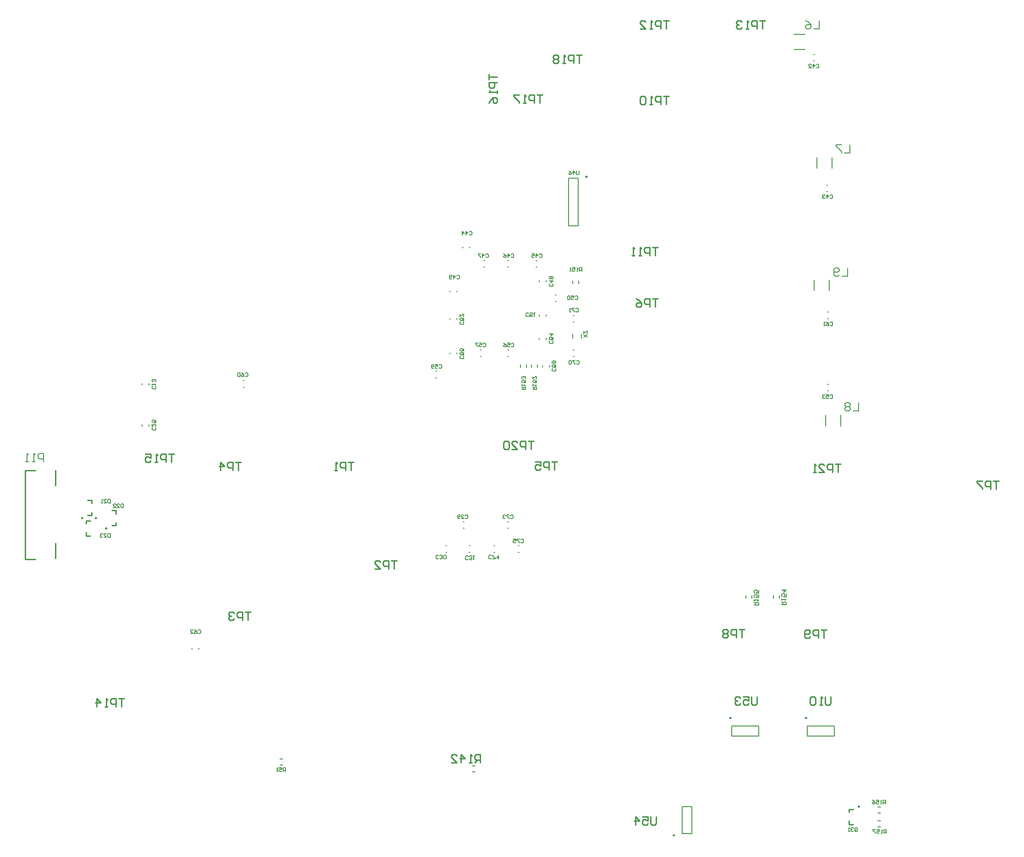
<source format=gbo>
G04 Layer_Color=32896*
%FSLAX24Y24*%
%MOIN*%
G70*
G01*
G75*
%ADD55C,0.0100*%
%ADD63C,0.0079*%
%ADD130C,0.0098*%
%ADD135C,0.0050*%
D55*
X2550Y18250D02*
G03*
X2550Y18250I-50J0D01*
G01*
X800Y19000D02*
G03*
X800Y19000I-50J0D01*
G01*
X1800D02*
G03*
X1800Y19000I-50J0D01*
G01*
X57300Y-2000D02*
G03*
X57300Y-2000I-50J0D01*
G01*
X-3400Y16000D02*
X-2650D01*
X-3400D02*
Y22450D01*
X-2650D01*
X-1200Y21350D02*
Y22450D01*
Y16050D02*
Y17150D01*
X2900Y19550D02*
X3200D01*
Y19300D02*
Y19550D01*
Y18450D02*
Y18650D01*
X2900Y18450D02*
X3200D01*
X1150Y20300D02*
X1450D01*
Y20050D02*
Y20300D01*
Y19200D02*
Y19400D01*
X1150Y19200D02*
X1450D01*
X1050Y18800D02*
X1350D01*
X1050Y18600D02*
Y18800D01*
Y17700D02*
Y17950D01*
Y17700D02*
X1350D01*
X56550Y-2200D02*
X56850D01*
X56550Y-2400D02*
Y-2200D01*
Y-3300D02*
Y-3050D01*
Y-3300D02*
X56850D01*
X42500Y-2750D02*
Y-3250D01*
X42400Y-3350D01*
X42200D01*
X42100Y-3250D01*
Y-2750D01*
X41500D02*
X41900D01*
Y-3050D01*
X41700Y-2950D01*
X41600D01*
X41500Y-3050D01*
Y-3250D01*
X41600Y-3350D01*
X41800D01*
X41900Y-3250D01*
X41000Y-3350D02*
Y-2750D01*
X41300Y-3050D01*
X40901D01*
X49850Y6000D02*
Y5500D01*
X49750Y5400D01*
X49550D01*
X49450Y5500D01*
Y6000D01*
X48850D02*
X49250D01*
Y5700D01*
X49050Y5800D01*
X48950D01*
X48850Y5700D01*
Y5500D01*
X48950Y5400D01*
X49150D01*
X49250Y5500D01*
X48650Y5900D02*
X48550Y6000D01*
X48350D01*
X48251Y5900D01*
Y5800D01*
X48350Y5700D01*
X48450D01*
X48350D01*
X48251Y5600D01*
Y5500D01*
X48350Y5400D01*
X48550D01*
X48650Y5500D01*
X55200Y6000D02*
Y5500D01*
X55100Y5400D01*
X54900D01*
X54800Y5500D01*
Y6000D01*
X54600Y5400D02*
X54400D01*
X54500D01*
Y6000D01*
X54600Y5900D01*
X54100D02*
X54000Y6000D01*
X53800D01*
X53700Y5900D01*
Y5500D01*
X53800Y5400D01*
X54000D01*
X54100Y5500D01*
Y5900D01*
X55945Y22935D02*
X55545D01*
X55745D01*
Y22335D01*
X55345D02*
Y22935D01*
X55045D01*
X54945Y22835D01*
Y22635D01*
X55045Y22535D01*
X55345D01*
X54346Y22335D02*
X54745D01*
X54346Y22735D01*
Y22835D01*
X54445Y22935D01*
X54645D01*
X54745Y22835D01*
X54146Y22335D02*
X53946D01*
X54046D01*
Y22935D01*
X54146Y22835D01*
X33600Y24600D02*
X33200D01*
X33400D01*
Y24000D01*
X33000D02*
Y24600D01*
X32700D01*
X32600Y24500D01*
Y24300D01*
X32700Y24200D01*
X33000D01*
X32001Y24000D02*
X32400D01*
X32001Y24400D01*
Y24500D01*
X32100Y24600D01*
X32300D01*
X32400Y24500D01*
X31801D02*
X31701Y24600D01*
X31501D01*
X31401Y24500D01*
Y24100D01*
X31501Y24000D01*
X31701D01*
X31801Y24100D01*
Y24500D01*
X37100Y52700D02*
X36700D01*
X36900D01*
Y52100D01*
X36500D02*
Y52700D01*
X36200D01*
X36100Y52600D01*
Y52400D01*
X36200Y52300D01*
X36500D01*
X35900Y52100D02*
X35700D01*
X35800D01*
Y52700D01*
X35900Y52600D01*
X35401D02*
X35301Y52700D01*
X35101D01*
X35001Y52600D01*
Y52500D01*
X35101Y52400D01*
X35001Y52300D01*
Y52200D01*
X35101Y52100D01*
X35301D01*
X35401Y52200D01*
Y52300D01*
X35301Y52400D01*
X35401Y52500D01*
Y52600D01*
X35301Y52400D02*
X35101D01*
X34250Y49800D02*
X33850D01*
X34050D01*
Y49200D01*
X33650D02*
Y49800D01*
X33350D01*
X33250Y49700D01*
Y49500D01*
X33350Y49400D01*
X33650D01*
X33050Y49200D02*
X32850D01*
X32950D01*
Y49800D01*
X33050Y49700D01*
X32551Y49800D02*
X32151D01*
Y49700D01*
X32551Y49300D01*
Y49200D01*
X30350Y51300D02*
Y50900D01*
Y51100D01*
X30950D01*
Y50700D02*
X30350D01*
Y50400D01*
X30450Y50300D01*
X30650D01*
X30750Y50400D01*
Y50700D01*
X30950Y50100D02*
Y49900D01*
Y50000D01*
X30350D01*
X30450Y50100D01*
X30350Y49201D02*
X30450Y49401D01*
X30650Y49601D01*
X30850D01*
X30950Y49501D01*
Y49301D01*
X30850Y49201D01*
X30750D01*
X30650Y49301D01*
Y49601D01*
X7450Y23650D02*
X7050D01*
X7250D01*
Y23050D01*
X6850D02*
Y23650D01*
X6550D01*
X6450Y23550D01*
Y23350D01*
X6550Y23250D01*
X6850D01*
X6250Y23050D02*
X6050D01*
X6150D01*
Y23650D01*
X6250Y23550D01*
X5351Y23650D02*
X5751D01*
Y23350D01*
X5551Y23450D01*
X5451D01*
X5351Y23350D01*
Y23150D01*
X5451Y23050D01*
X5651D01*
X5751Y23150D01*
X3800Y5850D02*
X3400D01*
X3600D01*
Y5250D01*
X3200D02*
Y5850D01*
X2900D01*
X2800Y5750D01*
Y5550D01*
X2900Y5450D01*
X3200D01*
X2600Y5250D02*
X2400D01*
X2500D01*
Y5850D01*
X2600Y5750D01*
X1801Y5250D02*
Y5850D01*
X2101Y5550D01*
X1701D01*
X50445Y55185D02*
X50045D01*
X50245D01*
Y54585D01*
X49845D02*
Y55185D01*
X49545D01*
X49445Y55085D01*
Y54885D01*
X49545Y54785D01*
X49845D01*
X49245Y54585D02*
X49045D01*
X49145D01*
Y55185D01*
X49245Y55085D01*
X48746D02*
X48646Y55185D01*
X48446D01*
X48346Y55085D01*
Y54985D01*
X48446Y54885D01*
X48546D01*
X48446D01*
X48346Y54785D01*
Y54685D01*
X48446Y54585D01*
X48646D01*
X48746Y54685D01*
X43445Y55185D02*
X43045D01*
X43245D01*
Y54585D01*
X42845D02*
Y55185D01*
X42545D01*
X42445Y55085D01*
Y54885D01*
X42545Y54785D01*
X42845D01*
X42245Y54585D02*
X42045D01*
X42145D01*
Y55185D01*
X42245Y55085D01*
X41346Y54585D02*
X41746D01*
X41346Y54985D01*
Y55085D01*
X41446Y55185D01*
X41646D01*
X41746Y55085D01*
X42650Y38700D02*
X42250D01*
X42450D01*
Y38100D01*
X42050D02*
Y38700D01*
X41750D01*
X41650Y38600D01*
Y38400D01*
X41750Y38300D01*
X42050D01*
X41450Y38100D02*
X41250D01*
X41350D01*
Y38700D01*
X41450Y38600D01*
X40951Y38100D02*
X40751D01*
X40851D01*
Y38700D01*
X40951Y38600D01*
X43445Y49685D02*
X43045D01*
X43245D01*
Y49085D01*
X42845D02*
Y49685D01*
X42545D01*
X42445Y49585D01*
Y49385D01*
X42545Y49285D01*
X42845D01*
X42245Y49085D02*
X42045D01*
X42145D01*
Y49685D01*
X42245Y49585D01*
X41746D02*
X41646Y49685D01*
X41446D01*
X41346Y49585D01*
Y49185D01*
X41446Y49085D01*
X41646D01*
X41746Y49185D01*
Y49585D01*
X54900Y10850D02*
X54500D01*
X54700D01*
Y10250D01*
X54300D02*
Y10850D01*
X54000D01*
X53900Y10750D01*
Y10550D01*
X54000Y10450D01*
X54300D01*
X53700Y10350D02*
X53600Y10250D01*
X53400D01*
X53301Y10350D01*
Y10750D01*
X53400Y10850D01*
X53600D01*
X53700Y10750D01*
Y10650D01*
X53600Y10550D01*
X53301D01*
X48950Y10900D02*
X48550D01*
X48750D01*
Y10300D01*
X48350D02*
Y10900D01*
X48050D01*
X47950Y10800D01*
Y10600D01*
X48050Y10500D01*
X48350D01*
X47750Y10800D02*
X47650Y10900D01*
X47450D01*
X47351Y10800D01*
Y10700D01*
X47450Y10600D01*
X47351Y10500D01*
Y10400D01*
X47450Y10300D01*
X47650D01*
X47750Y10400D01*
Y10500D01*
X47650Y10600D01*
X47750Y10700D01*
Y10800D01*
X47650Y10600D02*
X47450D01*
X67445Y21685D02*
X67045D01*
X67245D01*
Y21085D01*
X66845D02*
Y21685D01*
X66545D01*
X66445Y21585D01*
Y21385D01*
X66545Y21285D01*
X66845D01*
X66245Y21685D02*
X65846D01*
Y21585D01*
X66245Y21185D01*
Y21085D01*
X42650Y34950D02*
X42250D01*
X42450D01*
Y34350D01*
X42050D02*
Y34950D01*
X41750D01*
X41650Y34850D01*
Y34650D01*
X41750Y34550D01*
X42050D01*
X41051Y34950D02*
X41250Y34850D01*
X41450Y34650D01*
Y34450D01*
X41350Y34350D01*
X41150D01*
X41051Y34450D01*
Y34550D01*
X41150Y34650D01*
X41450D01*
X35300Y23100D02*
X34900D01*
X35100D01*
Y22500D01*
X34700D02*
Y23100D01*
X34400D01*
X34300Y23000D01*
Y22800D01*
X34400Y22700D01*
X34700D01*
X33701Y23100D02*
X34100D01*
Y22800D01*
X33900Y22900D01*
X33800D01*
X33701Y22800D01*
Y22600D01*
X33800Y22500D01*
X34000D01*
X34100Y22600D01*
X12300Y23050D02*
X11900D01*
X12100D01*
Y22450D01*
X11701D02*
Y23050D01*
X11401D01*
X11301Y22950D01*
Y22750D01*
X11401Y22650D01*
X11701D01*
X10801Y22450D02*
Y23050D01*
X11101Y22750D01*
X10701D01*
X13000Y12150D02*
X12600D01*
X12800D01*
Y11550D01*
X12400D02*
Y12150D01*
X12100D01*
X12000Y12050D01*
Y11850D01*
X12100Y11750D01*
X12400D01*
X11800Y12050D02*
X11700Y12150D01*
X11500D01*
X11401Y12050D01*
Y11950D01*
X11500Y11850D01*
X11600D01*
X11500D01*
X11401Y11750D01*
Y11650D01*
X11500Y11550D01*
X11700D01*
X11800Y11650D01*
X23650Y15900D02*
X23250D01*
X23450D01*
Y15300D01*
X23051D02*
Y15900D01*
X22751D01*
X22651Y15800D01*
Y15600D01*
X22751Y15500D01*
X23051D01*
X22051Y15300D02*
X22451D01*
X22051Y15700D01*
Y15800D01*
X22151Y15900D01*
X22351D01*
X22451Y15800D01*
X20500Y23050D02*
X20100D01*
X20300D01*
Y22450D01*
X19901D02*
Y23050D01*
X19601D01*
X19501Y22950D01*
Y22750D01*
X19601Y22650D01*
X19901D01*
X19301Y22450D02*
X19101D01*
X19201D01*
Y23050D01*
X19301Y22950D01*
X29700Y1200D02*
Y1800D01*
X29400D01*
X29300Y1700D01*
Y1500D01*
X29400Y1400D01*
X29700D01*
X29500D02*
X29300Y1200D01*
X29100D02*
X28900D01*
X29000D01*
Y1800D01*
X29100Y1700D01*
X28300Y1200D02*
Y1800D01*
X28600Y1500D01*
X28200D01*
X27601Y1200D02*
X28001D01*
X27601Y1600D01*
Y1700D01*
X27701Y1800D01*
X27901D01*
X28001Y1700D01*
D63*
X44396Y-3984D02*
Y-2016D01*
X45104Y-3984D02*
Y-2016D01*
X44396Y-3984D02*
X45104D01*
X44396Y-2016D02*
X45104D01*
X53516Y3854D02*
X55484D01*
X53516Y3146D02*
X55484D01*
X53516D02*
Y3854D01*
X55484Y3146D02*
Y3854D01*
X48016D02*
X49984D01*
X48016Y3146D02*
X49984D01*
X48016D02*
Y3854D01*
X49984Y3146D02*
Y3854D01*
X55099Y35556D02*
Y36344D01*
X54001Y35556D02*
Y36344D01*
X54851Y25706D02*
Y26494D01*
X55949Y25706D02*
Y26494D01*
X55299Y44456D02*
Y45244D01*
X54201Y44456D02*
Y45244D01*
X52556Y53101D02*
X53344D01*
X52556Y54199D02*
X53344D01*
X36146Y40268D02*
X36854D01*
X36146Y43732D02*
X36854D01*
X36146Y40268D02*
Y43732D01*
X36854Y40268D02*
Y43732D01*
X58652Y-2467D02*
X58848D01*
X58652Y-2033D02*
X58848D01*
X54961Y33504D02*
X55039D01*
X54961Y33996D02*
X55039D01*
X54961Y28746D02*
X55039D01*
X54961Y28254D02*
X55039D01*
X54911Y42754D02*
X54989D01*
X54911Y43246D02*
X54989D01*
X53961Y52746D02*
X54039D01*
X53961Y52254D02*
X54039D01*
X36433Y36052D02*
Y36248D01*
X36867Y36052D02*
Y36248D01*
X33441Y29978D02*
Y30175D01*
X33874Y29978D02*
Y30175D01*
X32654Y29978D02*
Y30175D01*
X33087Y29978D02*
Y30175D01*
X12461Y28504D02*
X12539D01*
X12461Y28996D02*
X12539D01*
X27996Y30961D02*
Y31039D01*
X27504Y30961D02*
Y31039D01*
X29711Y30754D02*
X29789D01*
X29711Y31246D02*
X29789D01*
X31711D02*
X31789D01*
X31711Y30754D02*
X31789D01*
X34746Y30011D02*
Y30089D01*
X34254Y30011D02*
Y30089D01*
X34496Y32011D02*
Y32089D01*
X34004Y32011D02*
Y32089D01*
X35161Y34754D02*
X35239D01*
X35161Y35246D02*
X35239D01*
X34496Y33711D02*
Y33789D01*
X34004Y33711D02*
Y33789D01*
X34496Y36211D02*
Y36289D01*
X34004Y36211D02*
Y36289D01*
X33761Y37746D02*
X33839D01*
X33761Y37254D02*
X33839D01*
X31711D02*
X31789D01*
X31711Y37746D02*
X31789D01*
X29961D02*
X30039D01*
X29961Y37254D02*
X30039D01*
X26461Y29696D02*
X26539D01*
X26461Y29204D02*
X26539D01*
X28454Y38661D02*
Y38739D01*
X28946Y38661D02*
Y38739D01*
X27996Y35461D02*
Y35539D01*
X27504Y35461D02*
Y35539D01*
X58652Y-3033D02*
X58848D01*
X58652Y-3467D02*
X58848D01*
X9246Y9461D02*
Y9539D01*
X8754Y9461D02*
Y9539D01*
X51033Y13152D02*
Y13348D01*
X51467Y13152D02*
Y13348D01*
X49033Y13152D02*
Y13348D01*
X49467Y13152D02*
Y13348D01*
X5104Y28711D02*
Y28789D01*
X5596Y28711D02*
Y28789D01*
X5104Y25711D02*
Y25789D01*
X5596Y25711D02*
Y25789D01*
X27211Y16504D02*
X27289D01*
X27211Y16996D02*
X27289D01*
X15152Y1033D02*
X15348D01*
X15152Y1467D02*
X15348D01*
X27504Y33461D02*
Y33539D01*
X27996Y33461D02*
Y33539D01*
X36461Y33254D02*
X36539D01*
X36461Y33746D02*
X36539D01*
X36461Y30754D02*
X36539D01*
X36461Y31246D02*
X36539D01*
X37065Y32112D02*
Y32388D01*
X36435Y32112D02*
Y32388D01*
X28461Y18746D02*
X28539D01*
X28461Y18254D02*
X28539D01*
X28911Y16996D02*
X28989D01*
X28911Y16504D02*
X28989D01*
X30711D02*
X30789D01*
X30711Y16996D02*
X30789D01*
X31711Y18254D02*
X31789D01*
X31711Y18746D02*
X31789D01*
X32461Y16504D02*
X32539D01*
X32461Y16996D02*
X32539D01*
X29152Y533D02*
X29348D01*
X29152Y967D02*
X29348D01*
D130*
X43854Y-4085D02*
G03*
X43854Y-4085I-49J0D01*
G01*
X53465Y4445D02*
G03*
X53465Y4445I-49J0D01*
G01*
X47965D02*
G03*
X47965Y4445I-49J0D01*
G01*
X37494Y43835D02*
G03*
X37494Y43835I-49J0D01*
G01*
D135*
X15550Y550D02*
Y825D01*
X15412D01*
X15366Y780D01*
Y688D01*
X15412Y642D01*
X15550D01*
X15458D02*
X15366Y550D01*
X15091Y825D02*
X15274D01*
Y688D01*
X15183Y734D01*
X15137D01*
X15091Y688D01*
Y596D01*
X15137Y550D01*
X15229D01*
X15274Y596D01*
X14999Y550D02*
X14907D01*
X14953D01*
Y825D01*
X14999Y780D01*
X28834Y16020D02*
X28788Y15975D01*
X28696D01*
X28650Y16020D01*
Y16204D01*
X28696Y16250D01*
X28788D01*
X28834Y16204D01*
X28925Y16020D02*
X28971Y15975D01*
X29063D01*
X29109Y16020D01*
Y16066D01*
X29063Y16112D01*
X29017D01*
X29063D01*
X29109Y16158D01*
Y16204D01*
X29063Y16250D01*
X28971D01*
X28925Y16204D01*
X29201Y16250D02*
X29293D01*
X29247D01*
Y15975D01*
X29201Y16020D01*
X26684Y16070D02*
X26638Y16025D01*
X26546D01*
X26500Y16070D01*
Y16254D01*
X26546Y16300D01*
X26638D01*
X26684Y16254D01*
X26776Y16070D02*
X26821Y16025D01*
X26913D01*
X26959Y16070D01*
Y16116D01*
X26913Y16162D01*
X26867D01*
X26913D01*
X26959Y16208D01*
Y16254D01*
X26913Y16300D01*
X26821D01*
X26776Y16254D01*
X27051Y16070D02*
X27097Y16025D01*
X27189D01*
X27235Y16070D01*
Y16254D01*
X27189Y16300D01*
X27097D01*
X27051Y16254D01*
Y16070D01*
X28616Y19180D02*
X28662Y19225D01*
X28754D01*
X28800Y19180D01*
Y18996D01*
X28754Y18950D01*
X28662D01*
X28616Y18996D01*
X28341Y18950D02*
X28524D01*
X28341Y19134D01*
Y19180D01*
X28387Y19225D01*
X28479D01*
X28524Y19180D01*
X28249Y18996D02*
X28203Y18950D01*
X28111D01*
X28065Y18996D01*
Y19180D01*
X28111Y19225D01*
X28203D01*
X28249Y19180D01*
Y19134D01*
X28203Y19088D01*
X28065D01*
X6080Y25584D02*
X6126Y25538D01*
Y25446D01*
X6080Y25400D01*
X5896D01*
X5850Y25446D01*
Y25538D01*
X5896Y25584D01*
X5850Y25859D02*
Y25675D01*
X6034Y25859D01*
X6080D01*
X6126Y25813D01*
Y25721D01*
X6080Y25675D01*
X6126Y26135D02*
Y25951D01*
X5988D01*
X6034Y26043D01*
Y26089D01*
X5988Y26135D01*
X5896D01*
X5850Y26089D01*
Y25997D01*
X5896Y25951D01*
X6080Y28584D02*
X6126Y28538D01*
Y28446D01*
X6080Y28400D01*
X5896D01*
X5850Y28446D01*
Y28538D01*
X5896Y28584D01*
X5850Y28675D02*
Y28767D01*
Y28721D01*
X6126D01*
X6080Y28675D01*
Y28905D02*
X6126Y28951D01*
Y29043D01*
X6080Y29089D01*
X6034D01*
X5988Y29043D01*
Y28997D01*
Y29043D01*
X5942Y29089D01*
X5896D01*
X5850Y29043D01*
Y28951D01*
X5896Y28905D01*
X49650Y12650D02*
X49965D01*
Y12807D01*
X49912Y12860D01*
X49807D01*
X49755Y12807D01*
Y12650D01*
Y12755D02*
X49650Y12860D01*
Y12965D02*
Y13070D01*
Y13017D01*
X49965D01*
X49912Y12965D01*
X49965Y13437D02*
Y13227D01*
X49807D01*
X49860Y13332D01*
Y13385D01*
X49807Y13437D01*
X49702D01*
X49650Y13385D01*
Y13280D01*
X49702Y13227D01*
X49965Y13752D02*
Y13542D01*
X49807D01*
X49860Y13647D01*
Y13700D01*
X49807Y13752D01*
X49702D01*
X49650Y13700D01*
Y13595D01*
X49702Y13542D01*
X51650Y12700D02*
X51965D01*
Y12857D01*
X51912Y12910D01*
X51807D01*
X51755Y12857D01*
Y12700D01*
Y12805D02*
X51650Y12910D01*
Y13015D02*
Y13120D01*
Y13067D01*
X51965D01*
X51912Y13015D01*
X51965Y13487D02*
Y13277D01*
X51807D01*
X51860Y13382D01*
Y13435D01*
X51807Y13487D01*
X51702D01*
X51650Y13435D01*
Y13330D01*
X51702Y13277D01*
X51650Y13750D02*
X51965D01*
X51807Y13592D01*
Y13802D01*
X9186Y10820D02*
X9232Y10865D01*
X9324D01*
X9370Y10820D01*
Y10636D01*
X9324Y10590D01*
X9232D01*
X9186Y10636D01*
X8911Y10865D02*
X9003Y10820D01*
X9094Y10728D01*
Y10636D01*
X9049Y10590D01*
X8957D01*
X8911Y10636D01*
Y10682D01*
X8957Y10728D01*
X9094D01*
X8635Y10590D02*
X8819D01*
X8635Y10774D01*
Y10820D01*
X8681Y10865D01*
X8773D01*
X8819Y10820D01*
X56966Y-3754D02*
Y-3570D01*
X57012Y-3525D01*
X57104D01*
X57150Y-3570D01*
Y-3754D01*
X57104Y-3800D01*
X57012D01*
X57058Y-3708D02*
X56966Y-3800D01*
X57012D02*
X56966Y-3754D01*
X56874Y-3570D02*
X56829Y-3525D01*
X56737D01*
X56691Y-3570D01*
Y-3616D01*
X56737Y-3662D01*
X56783D01*
X56737D01*
X56691Y-3708D01*
Y-3754D01*
X56737Y-3800D01*
X56829D01*
X56874Y-3754D01*
X56599Y-3800D02*
X56507D01*
X56553D01*
Y-3525D01*
X56599Y-3570D01*
X59250Y-3950D02*
Y-3674D01*
X59112D01*
X59066Y-3720D01*
Y-3812D01*
X59112Y-3858D01*
X59250D01*
X59158D02*
X59066Y-3950D01*
X58974D02*
X58883D01*
X58929D01*
Y-3674D01*
X58974Y-3720D01*
X58561Y-3674D02*
X58745D01*
Y-3812D01*
X58653Y-3766D01*
X58607D01*
X58561Y-3812D01*
Y-3904D01*
X58607Y-3950D01*
X58699D01*
X58745Y-3904D01*
X58469Y-3674D02*
X58286D01*
Y-3720D01*
X58469Y-3904D01*
Y-3950D01*
X28480Y33284D02*
X28526Y33238D01*
Y33146D01*
X28480Y33100D01*
X28296D01*
X28250Y33146D01*
Y33238D01*
X28296Y33284D01*
X28526Y33559D02*
Y33375D01*
X28388D01*
X28434Y33467D01*
Y33513D01*
X28388Y33559D01*
X28296D01*
X28250Y33513D01*
Y33421D01*
X28296Y33375D01*
X28250Y33835D02*
Y33651D01*
X28434Y33835D01*
X28480D01*
X28526Y33789D01*
Y33697D01*
X28480Y33651D01*
X2800Y17875D02*
Y17600D01*
X2662D01*
X2616Y17646D01*
Y17830D01*
X2662Y17875D01*
X2800D01*
X2341Y17600D02*
X2524D01*
X2341Y17784D01*
Y17830D01*
X2387Y17875D01*
X2479D01*
X2524Y17830D01*
X2249D02*
X2203Y17875D01*
X2111D01*
X2065Y17830D01*
Y17784D01*
X2111Y17738D01*
X2157D01*
X2111D01*
X2065Y17692D01*
Y17646D01*
X2111Y17600D01*
X2203D01*
X2249Y17646D01*
X2800Y20375D02*
Y20100D01*
X2662D01*
X2616Y20146D01*
Y20330D01*
X2662Y20375D01*
X2800D01*
X2341Y20100D02*
X2524D01*
X2341Y20284D01*
Y20330D01*
X2387Y20375D01*
X2479D01*
X2524Y20330D01*
X2249Y20100D02*
X2157D01*
X2203D01*
Y20375D01*
X2249Y20330D01*
X3750Y20025D02*
Y19750D01*
X3612D01*
X3566Y19796D01*
Y19980D01*
X3612Y20025D01*
X3750D01*
X3291Y19750D02*
X3474D01*
X3291Y19934D01*
Y19980D01*
X3337Y20025D01*
X3429D01*
X3474Y19980D01*
X3015Y19750D02*
X3199D01*
X3015Y19934D01*
Y19980D01*
X3061Y20025D01*
X3153D01*
X3199Y19980D01*
X-2050Y23100D02*
Y23700D01*
X-2350D01*
X-2450Y23600D01*
Y23400D01*
X-2350Y23300D01*
X-2050D01*
X-2650Y23100D02*
X-2850D01*
X-2750D01*
Y23700D01*
X-2650Y23600D01*
X-3150Y23100D02*
X-3350D01*
X-3250D01*
Y23700D01*
X-3150Y23600D01*
X28016Y36630D02*
X28062Y36676D01*
X28154D01*
X28200Y36630D01*
Y36446D01*
X28154Y36400D01*
X28062D01*
X28016Y36446D01*
X27787Y36400D02*
Y36676D01*
X27924Y36538D01*
X27741D01*
X27649Y36446D02*
X27603Y36400D01*
X27511D01*
X27465Y36446D01*
Y36630D01*
X27511Y36676D01*
X27603D01*
X27649Y36630D01*
Y36584D01*
X27603Y36538D01*
X27465D01*
X28916Y39830D02*
X28962Y39876D01*
X29054D01*
X29100Y39830D01*
Y39646D01*
X29054Y39600D01*
X28962D01*
X28916Y39646D01*
X28687Y39600D02*
Y39876D01*
X28825Y39738D01*
X28641D01*
X28411Y39600D02*
Y39876D01*
X28549Y39738D01*
X28365D01*
X26716Y30130D02*
X26762Y30175D01*
X26854D01*
X26900Y30130D01*
Y29946D01*
X26854Y29900D01*
X26762D01*
X26716Y29946D01*
X26441Y30175D02*
X26625D01*
Y30038D01*
X26533Y30084D01*
X26487D01*
X26441Y30038D01*
Y29946D01*
X26487Y29900D01*
X26579D01*
X26625Y29946D01*
X26349D02*
X26303Y29900D01*
X26211D01*
X26165Y29946D01*
Y30130D01*
X26211Y30175D01*
X26303D01*
X26349Y30130D01*
Y30084D01*
X26303Y30038D01*
X26165D01*
X30116Y38180D02*
X30162Y38226D01*
X30254D01*
X30300Y38180D01*
Y37996D01*
X30254Y37950D01*
X30162D01*
X30116Y37996D01*
X29887Y37950D02*
Y38226D01*
X30024Y38088D01*
X29841D01*
X29749Y38226D02*
X29565D01*
Y38180D01*
X29749Y37996D01*
Y37950D01*
X31966Y38180D02*
X32012Y38226D01*
X32104D01*
X32150Y38180D01*
Y37996D01*
X32104Y37950D01*
X32012D01*
X31966Y37996D01*
X31737Y37950D02*
Y38226D01*
X31874Y38088D01*
X31691D01*
X31415Y38226D02*
X31507Y38180D01*
X31599Y38088D01*
Y37996D01*
X31553Y37950D01*
X31461D01*
X31415Y37996D01*
Y38042D01*
X31461Y38088D01*
X31599D01*
X34016Y38180D02*
X34062Y38226D01*
X34154D01*
X34200Y38180D01*
Y37996D01*
X34154Y37950D01*
X34062D01*
X34016Y37996D01*
X33787Y37950D02*
Y38226D01*
X33925Y38088D01*
X33741D01*
X33465Y38226D02*
X33649D01*
Y38088D01*
X33557Y38134D01*
X33511D01*
X33465Y38088D01*
Y37996D01*
X33511Y37950D01*
X33603D01*
X33649Y37996D01*
X34980Y36034D02*
X35025Y35988D01*
Y35896D01*
X34980Y35850D01*
X34796D01*
X34750Y35896D01*
Y35988D01*
X34796Y36034D01*
X34750Y36263D02*
X35025D01*
X34888Y36126D01*
Y36309D01*
X34980Y36401D02*
X35025Y36447D01*
Y36539D01*
X34980Y36585D01*
X34934D01*
X34888Y36539D01*
X34842Y36585D01*
X34796D01*
X34750Y36539D01*
Y36447D01*
X34796Y36401D01*
X34842D01*
X34888Y36447D01*
X34934Y36401D01*
X34980D01*
X34888Y36447D02*
Y36539D01*
X33234Y33709D02*
X33188Y33663D01*
X33096D01*
X33050Y33709D01*
Y33893D01*
X33096Y33939D01*
X33188D01*
X33234Y33893D01*
X33509Y33663D02*
X33326D01*
Y33801D01*
X33417Y33755D01*
X33463D01*
X33509Y33801D01*
Y33893D01*
X33463Y33939D01*
X33371D01*
X33326Y33893D01*
X33601Y33939D02*
X33693D01*
X33647D01*
Y33663D01*
X33601Y33709D01*
X36616Y35130D02*
X36662Y35175D01*
X36754D01*
X36800Y35130D01*
Y34946D01*
X36754Y34900D01*
X36662D01*
X36616Y34946D01*
X36341Y35175D02*
X36525D01*
Y35038D01*
X36433Y35084D01*
X36387D01*
X36341Y35038D01*
Y34946D01*
X36387Y34900D01*
X36479D01*
X36525Y34946D01*
X36249Y35130D02*
X36203Y35175D01*
X36111D01*
X36065Y35130D01*
Y34946D01*
X36111Y34900D01*
X36203D01*
X36249Y34946D01*
Y35130D01*
X34980Y31884D02*
X35025Y31838D01*
Y31746D01*
X34980Y31700D01*
X34796D01*
X34750Y31746D01*
Y31838D01*
X34796Y31884D01*
X35025Y32159D02*
Y31976D01*
X34888D01*
X34934Y32067D01*
Y32113D01*
X34888Y32159D01*
X34796D01*
X34750Y32113D01*
Y32021D01*
X34796Y31976D01*
X34750Y32389D02*
X35025D01*
X34888Y32251D01*
Y32435D01*
X35180Y29884D02*
X35226Y29838D01*
Y29746D01*
X35180Y29700D01*
X34996D01*
X34950Y29746D01*
Y29838D01*
X34996Y29884D01*
X35226Y30159D02*
Y29976D01*
X35088D01*
X35134Y30067D01*
Y30113D01*
X35088Y30159D01*
X34996D01*
X34950Y30113D01*
Y30021D01*
X34996Y29976D01*
X35180Y30251D02*
X35226Y30297D01*
Y30389D01*
X35180Y30435D01*
X35134D01*
X35088Y30389D01*
X35042Y30435D01*
X34996D01*
X34950Y30389D01*
Y30297D01*
X34996Y30251D01*
X35042D01*
X35088Y30297D01*
X35134Y30251D01*
X35180D01*
X35088Y30297D02*
Y30389D01*
X31966Y31680D02*
X32012Y31725D01*
X32104D01*
X32150Y31680D01*
Y31496D01*
X32104Y31450D01*
X32012D01*
X31966Y31496D01*
X31691Y31725D02*
X31874D01*
Y31588D01*
X31783Y31634D01*
X31737D01*
X31691Y31588D01*
Y31496D01*
X31737Y31450D01*
X31829D01*
X31874Y31496D01*
X31415Y31725D02*
X31507Y31680D01*
X31599Y31588D01*
Y31496D01*
X31553Y31450D01*
X31461D01*
X31415Y31496D01*
Y31542D01*
X31461Y31588D01*
X31599D01*
X29916Y31680D02*
X29962Y31725D01*
X30054D01*
X30100Y31680D01*
Y31496D01*
X30054Y31450D01*
X29962D01*
X29916Y31496D01*
X29641Y31725D02*
X29825D01*
Y31588D01*
X29733Y31634D01*
X29687D01*
X29641Y31588D01*
Y31496D01*
X29687Y31450D01*
X29779D01*
X29825Y31496D01*
X29549Y31725D02*
X29365D01*
Y31680D01*
X29549Y31496D01*
Y31450D01*
X28480Y30784D02*
X28526Y30738D01*
Y30646D01*
X28480Y30600D01*
X28296D01*
X28250Y30646D01*
Y30738D01*
X28296Y30784D01*
X28526Y31059D02*
Y30875D01*
X28388D01*
X28434Y30967D01*
Y31013D01*
X28388Y31059D01*
X28296D01*
X28250Y31013D01*
Y30921D01*
X28296Y30875D01*
X28526Y31335D02*
Y31151D01*
X28388D01*
X28434Y31243D01*
Y31289D01*
X28388Y31335D01*
X28296D01*
X28250Y31289D01*
Y31197D01*
X28296Y31151D01*
X12616Y29530D02*
X12662Y29576D01*
X12754D01*
X12800Y29530D01*
Y29346D01*
X12754Y29300D01*
X12662D01*
X12616Y29346D01*
X12341Y29576D02*
X12433Y29530D01*
X12524Y29438D01*
Y29346D01*
X12479Y29300D01*
X12387D01*
X12341Y29346D01*
Y29392D01*
X12387Y29438D01*
X12524D01*
X12249Y29530D02*
X12203Y29576D01*
X12111D01*
X12065Y29530D01*
Y29346D01*
X12111Y29300D01*
X12203D01*
X12249Y29346D01*
Y29530D01*
X32750Y28350D02*
X33026D01*
Y28488D01*
X32980Y28534D01*
X32888D01*
X32842Y28488D01*
Y28350D01*
Y28442D02*
X32750Y28534D01*
Y28626D02*
Y28717D01*
Y28671D01*
X33026D01*
X32980Y28626D01*
X33026Y29039D02*
Y28855D01*
X32888D01*
X32934Y28947D01*
Y28993D01*
X32888Y29039D01*
X32796D01*
X32750Y28993D01*
Y28901D01*
X32796Y28855D01*
X32980Y29131D02*
X33026Y29177D01*
Y29268D01*
X32980Y29314D01*
X32934D01*
X32888Y29268D01*
Y29222D01*
Y29268D01*
X32842Y29314D01*
X32796D01*
X32750Y29268D01*
Y29177D01*
X32796Y29131D01*
X33550Y28350D02*
X33826D01*
Y28488D01*
X33780Y28534D01*
X33688D01*
X33642Y28488D01*
Y28350D01*
Y28442D02*
X33550Y28534D01*
Y28626D02*
Y28717D01*
Y28671D01*
X33826D01*
X33780Y28626D01*
X33826Y29039D02*
Y28855D01*
X33688D01*
X33734Y28947D01*
Y28993D01*
X33688Y29039D01*
X33596D01*
X33550Y28993D01*
Y28901D01*
X33596Y28855D01*
X33550Y29314D02*
Y29131D01*
X33734Y29314D01*
X33780D01*
X33826Y29268D01*
Y29177D01*
X33780Y29131D01*
X37100Y36950D02*
Y37225D01*
X36962D01*
X36916Y37180D01*
Y37088D01*
X36962Y37042D01*
X37100D01*
X37008D02*
X36916Y36950D01*
X36825D02*
X36733D01*
X36779D01*
Y37225D01*
X36825Y37180D01*
X36411Y37225D02*
X36595D01*
Y37088D01*
X36503Y37134D01*
X36457D01*
X36411Y37088D01*
Y36996D01*
X36457Y36950D01*
X36549D01*
X36595Y36996D01*
X36319Y36950D02*
X36228D01*
X36273D01*
Y37225D01*
X36319Y37180D01*
X54166Y51980D02*
X54212Y52025D01*
X54304D01*
X54350Y51980D01*
Y51796D01*
X54304Y51750D01*
X54212D01*
X54166Y51796D01*
X53937Y51750D02*
Y52025D01*
X54075Y51888D01*
X53891D01*
X53615Y51750D02*
X53799D01*
X53615Y51934D01*
Y51980D01*
X53661Y52025D01*
X53753D01*
X53799Y51980D01*
X55166Y42480D02*
X55212Y42526D01*
X55304D01*
X55350Y42480D01*
Y42296D01*
X55304Y42250D01*
X55212D01*
X55166Y42296D01*
X54937Y42250D02*
Y42526D01*
X55075Y42388D01*
X54891D01*
X54799Y42480D02*
X54753Y42526D01*
X54661D01*
X54615Y42480D01*
Y42434D01*
X54661Y42388D01*
X54707D01*
X54661D01*
X54615Y42342D01*
Y42296D01*
X54661Y42250D01*
X54753D01*
X54799Y42296D01*
X55166Y27930D02*
X55212Y27975D01*
X55304D01*
X55350Y27930D01*
Y27746D01*
X55304Y27700D01*
X55212D01*
X55166Y27746D01*
X54891Y27975D02*
X55075D01*
Y27838D01*
X54983Y27884D01*
X54937D01*
X54891Y27838D01*
Y27746D01*
X54937Y27700D01*
X55029D01*
X55075Y27746D01*
X54799Y27930D02*
X54753Y27975D01*
X54661D01*
X54615Y27930D01*
Y27884D01*
X54661Y27838D01*
X54707D01*
X54661D01*
X54615Y27792D01*
Y27746D01*
X54661Y27700D01*
X54753D01*
X54799Y27746D01*
X55166Y33230D02*
X55212Y33275D01*
X55304D01*
X55350Y33230D01*
Y33046D01*
X55304Y33000D01*
X55212D01*
X55166Y33046D01*
X54891Y33275D02*
X54983Y33230D01*
X55075Y33138D01*
Y33046D01*
X55029Y33000D01*
X54937D01*
X54891Y33046D01*
Y33092D01*
X54937Y33138D01*
X55075D01*
X54799Y33000D02*
X54707D01*
X54753D01*
Y33275D01*
X54799Y33230D01*
X59200Y-1810D02*
Y-1534D01*
X59062D01*
X59016Y-1580D01*
Y-1672D01*
X59062Y-1718D01*
X59200D01*
X59108D02*
X59016Y-1810D01*
X58924D02*
X58833D01*
X58879D01*
Y-1534D01*
X58924Y-1580D01*
X58511Y-1534D02*
X58695D01*
Y-1672D01*
X58603Y-1626D01*
X58557D01*
X58511Y-1672D01*
Y-1764D01*
X58557Y-1810D01*
X58649D01*
X58695Y-1764D01*
X58236Y-1534D02*
X58328Y-1580D01*
X58419Y-1672D01*
Y-1764D01*
X58373Y-1810D01*
X58282D01*
X58236Y-1764D01*
Y-1718D01*
X58282Y-1672D01*
X58419D01*
X36900Y44275D02*
Y44046D01*
X36854Y44000D01*
X36762D01*
X36716Y44046D01*
Y44275D01*
X36487Y44000D02*
Y44275D01*
X36625Y44138D01*
X36441D01*
X36165Y44275D02*
X36257Y44230D01*
X36349Y44138D01*
Y44046D01*
X36303Y44000D01*
X36211D01*
X36165Y44046D01*
Y44092D01*
X36211Y44138D01*
X36349D01*
X54370Y55200D02*
Y54600D01*
X53970D01*
X53370Y55200D02*
X53570Y55100D01*
X53770Y54900D01*
Y54700D01*
X53670Y54600D01*
X53470D01*
X53370Y54700D01*
Y54800D01*
X53470Y54900D01*
X53770D01*
X56600Y46150D02*
Y45550D01*
X56200D01*
X56000Y46150D02*
X55600D01*
Y46050D01*
X56000Y45650D01*
Y45550D01*
X57250Y27400D02*
Y26800D01*
X56850D01*
X56650Y27300D02*
X56550Y27400D01*
X56350D01*
X56250Y27300D01*
Y27200D01*
X56350Y27100D01*
X56250Y27000D01*
Y26900D01*
X56350Y26800D01*
X56550D01*
X56650Y26900D01*
Y27000D01*
X56550Y27100D01*
X56650Y27200D01*
Y27300D01*
X56550Y27100D02*
X56350D01*
X56450Y37200D02*
Y36600D01*
X56050D01*
X55850Y36700D02*
X55750Y36600D01*
X55550D01*
X55450Y36700D01*
Y37100D01*
X55550Y37200D01*
X55750D01*
X55850Y37100D01*
Y37000D01*
X55750Y36900D01*
X55450D01*
X37525Y32150D02*
X37250Y32334D01*
X37525D02*
X37250Y32150D01*
Y32609D02*
Y32425D01*
X37434Y32609D01*
X37480D01*
X37525Y32563D01*
Y32471D01*
X37480Y32425D01*
X36716Y30430D02*
X36762Y30475D01*
X36854D01*
X36900Y30430D01*
Y30246D01*
X36854Y30200D01*
X36762D01*
X36716Y30246D01*
X36625Y30475D02*
X36441D01*
Y30430D01*
X36625Y30246D01*
Y30200D01*
X36349Y30430D02*
X36303Y30475D01*
X36211D01*
X36165Y30430D01*
Y30246D01*
X36211Y30200D01*
X36303D01*
X36349Y30246D01*
Y30430D01*
X36666Y34230D02*
X36712Y34276D01*
X36804D01*
X36850Y34230D01*
Y34046D01*
X36804Y34000D01*
X36712D01*
X36666Y34046D01*
X36574Y34276D02*
X36391D01*
Y34230D01*
X36574Y34046D01*
Y34000D01*
X36299D02*
X36207D01*
X36253D01*
Y34276D01*
X36299Y34230D01*
X30534Y16070D02*
X30488Y16025D01*
X30396D01*
X30350Y16070D01*
Y16254D01*
X30396Y16300D01*
X30488D01*
X30534Y16254D01*
X30626Y16025D02*
X30809D01*
Y16070D01*
X30626Y16254D01*
Y16300D01*
X31039D02*
Y16025D01*
X30901Y16162D01*
X31085D01*
X31916Y19180D02*
X31962Y19225D01*
X32054D01*
X32100Y19180D01*
Y18996D01*
X32054Y18950D01*
X31962D01*
X31916Y18996D01*
X31825Y19225D02*
X31641D01*
Y19180D01*
X31825Y18996D01*
Y18950D01*
X31549Y19180D02*
X31503Y19225D01*
X31411D01*
X31365Y19180D01*
Y19134D01*
X31411Y19088D01*
X31457D01*
X31411D01*
X31365Y19042D01*
Y18996D01*
X31411Y18950D01*
X31503D01*
X31549Y18996D01*
X32666Y17430D02*
X32712Y17476D01*
X32804D01*
X32850Y17430D01*
Y17246D01*
X32804Y17200D01*
X32712D01*
X32666Y17246D01*
X32575Y17476D02*
X32391D01*
Y17430D01*
X32575Y17246D01*
Y17200D01*
X32115Y17476D02*
X32299D01*
Y17338D01*
X32207Y17384D01*
X32161D01*
X32115Y17338D01*
Y17246D01*
X32161Y17200D01*
X32253D01*
X32299Y17246D01*
M02*

</source>
